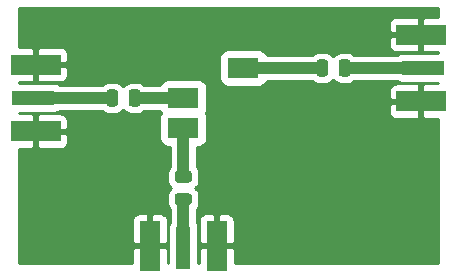
<source format=gbr>
%TF.GenerationSoftware,KiCad,Pcbnew,(5.1.9)-1*%
%TF.CreationDate,2021-03-17T18:45:03-04:00*%
%TF.ProjectId,BackupMixer,4261636b-7570-44d6-9978-65722e6b6963,rev?*%
%TF.SameCoordinates,Original*%
%TF.FileFunction,Copper,L1,Top*%
%TF.FilePolarity,Positive*%
%FSLAX46Y46*%
G04 Gerber Fmt 4.6, Leading zero omitted, Abs format (unit mm)*
G04 Created by KiCad (PCBNEW (5.1.9)-1) date 2021-03-17 18:45:03*
%MOMM*%
%LPD*%
G01*
G04 APERTURE LIST*
%TA.AperFunction,SMDPad,CuDef*%
%ADD10R,5.334000X4.191000*%
%TD*%
%TA.AperFunction,SMDPad,CuDef*%
%ADD11R,2.540000X1.651000*%
%TD*%
%TA.AperFunction,ComponentPad*%
%ADD12C,1.016000*%
%TD*%
%TA.AperFunction,SMDPad,CuDef*%
%ADD13R,5.334000X1.651000*%
%TD*%
%TA.AperFunction,SMDPad,CuDef*%
%ADD14R,1.270000X6.731000*%
%TD*%
%TA.AperFunction,SMDPad,CuDef*%
%ADD15R,1.750000X4.200000*%
%TD*%
%TA.AperFunction,SMDPad,CuDef*%
%ADD16R,1.270000X3.600000*%
%TD*%
%TA.AperFunction,SMDPad,CuDef*%
%ADD17R,4.200000X1.750000*%
%TD*%
%TA.AperFunction,SMDPad,CuDef*%
%ADD18R,3.600000X1.270000*%
%TD*%
%TA.AperFunction,ViaPad*%
%ADD19C,0.800000*%
%TD*%
%TA.AperFunction,Conductor*%
%ADD20C,1.000000*%
%TD*%
%TA.AperFunction,Conductor*%
%ADD21C,0.254000*%
%TD*%
%TA.AperFunction,Conductor*%
%ADD22C,0.100000*%
%TD*%
G04 APERTURE END LIST*
D10*
%TO.P,UADE10x1,4*%
%TO.N,GND*%
X136652000Y-95250000D03*
D11*
%TO.P,UADE10x1,1*%
X132080000Y-91440000D03*
%TO.P,UADE10x1,2*%
%TO.N,Net-(CC3-Pad1)*%
X132080000Y-93980000D03*
%TO.P,UADE10x1,3*%
%TO.N,Net-(CC1-Pad2)*%
X132080000Y-96520000D03*
%TO.P,UADE10x1,6*%
%TO.N,Net-(CC2-Pad1)*%
X137160000Y-91440000D03*
%TO.P,UADE10x1,5*%
%TO.N,GND*%
X137160000Y-93980000D03*
%TO.P,UADE10x1,4*%
X137160000Y-96520000D03*
D12*
%TO.P,UADE10x1,1*%
X130429000Y-91440000D03*
%TO.P,UADE10x1,5*%
X138811000Y-93980000D03*
%TO.P,UADE10x1,4*%
X138811000Y-96520000D03*
D13*
%TO.P,UADE10x1,1*%
X132588000Y-91440000D03*
D12*
X134620000Y-91440000D03*
X134620000Y-92710000D03*
X134620000Y-93980000D03*
X134620000Y-95250000D03*
X134620000Y-96520000D03*
D14*
X134620000Y-93980000D03*
%TD*%
D15*
%TO.P,JRF1,3_1*%
%TO.N,GND*%
X134905000Y-106480000D03*
%TO.P,JRF1,2_1*%
X129255000Y-106480000D03*
D16*
%TO.P,JRF1,1*%
%TO.N,Net-(CC1-Pad1)*%
X132080000Y-106680000D03*
%TD*%
D17*
%TO.P,JLO1,3_1*%
%TO.N,GND*%
X152200000Y-88615000D03*
%TO.P,JLO1,2_1*%
X152200000Y-94265000D03*
D18*
%TO.P,JLO1,1*%
%TO.N,Net-(CC2-Pad2)*%
X152400000Y-91440000D03*
%TD*%
D17*
%TO.P,JIF1,3_1*%
%TO.N,GND*%
X119580000Y-96805000D03*
%TO.P,JIF1,2_1*%
X119580000Y-91155000D03*
D18*
%TO.P,JIF1,1*%
%TO.N,Net-(CC3-Pad2)*%
X119380000Y-93980000D03*
%TD*%
%TO.P,CC3,2*%
%TO.N,Net-(CC3-Pad2)*%
%TA.AperFunction,SMDPad,CuDef*%
G36*
G01*
X126550000Y-93505000D02*
X126550000Y-94455000D01*
G75*
G02*
X126300000Y-94705000I-250000J0D01*
G01*
X125800000Y-94705000D01*
G75*
G02*
X125550000Y-94455000I0J250000D01*
G01*
X125550000Y-93505000D01*
G75*
G02*
X125800000Y-93255000I250000J0D01*
G01*
X126300000Y-93255000D01*
G75*
G02*
X126550000Y-93505000I0J-250000D01*
G01*
G37*
%TD.AperFunction*%
%TO.P,CC3,1*%
%TO.N,Net-(CC3-Pad1)*%
%TA.AperFunction,SMDPad,CuDef*%
G36*
G01*
X128450000Y-93505000D02*
X128450000Y-94455000D01*
G75*
G02*
X128200000Y-94705000I-250000J0D01*
G01*
X127700000Y-94705000D01*
G75*
G02*
X127450000Y-94455000I0J250000D01*
G01*
X127450000Y-93505000D01*
G75*
G02*
X127700000Y-93255000I250000J0D01*
G01*
X128200000Y-93255000D01*
G75*
G02*
X128450000Y-93505000I0J-250000D01*
G01*
G37*
%TD.AperFunction*%
%TD*%
%TO.P,CC2,2*%
%TO.N,Net-(CC2-Pad2)*%
%TA.AperFunction,SMDPad,CuDef*%
G36*
G01*
X145230000Y-91915000D02*
X145230000Y-90965000D01*
G75*
G02*
X145480000Y-90715000I250000J0D01*
G01*
X145980000Y-90715000D01*
G75*
G02*
X146230000Y-90965000I0J-250000D01*
G01*
X146230000Y-91915000D01*
G75*
G02*
X145980000Y-92165000I-250000J0D01*
G01*
X145480000Y-92165000D01*
G75*
G02*
X145230000Y-91915000I0J250000D01*
G01*
G37*
%TD.AperFunction*%
%TO.P,CC2,1*%
%TO.N,Net-(CC2-Pad1)*%
%TA.AperFunction,SMDPad,CuDef*%
G36*
G01*
X143330000Y-91915000D02*
X143330000Y-90965000D01*
G75*
G02*
X143580000Y-90715000I250000J0D01*
G01*
X144080000Y-90715000D01*
G75*
G02*
X144330000Y-90965000I0J-250000D01*
G01*
X144330000Y-91915000D01*
G75*
G02*
X144080000Y-92165000I-250000J0D01*
G01*
X143580000Y-92165000D01*
G75*
G02*
X143330000Y-91915000I0J250000D01*
G01*
G37*
%TD.AperFunction*%
%TD*%
%TO.P,CC1,2*%
%TO.N,Net-(CC1-Pad2)*%
%TA.AperFunction,SMDPad,CuDef*%
G36*
G01*
X132555000Y-101150000D02*
X131605000Y-101150000D01*
G75*
G02*
X131355000Y-100900000I0J250000D01*
G01*
X131355000Y-100400000D01*
G75*
G02*
X131605000Y-100150000I250000J0D01*
G01*
X132555000Y-100150000D01*
G75*
G02*
X132805000Y-100400000I0J-250000D01*
G01*
X132805000Y-100900000D01*
G75*
G02*
X132555000Y-101150000I-250000J0D01*
G01*
G37*
%TD.AperFunction*%
%TO.P,CC1,1*%
%TO.N,Net-(CC1-Pad1)*%
%TA.AperFunction,SMDPad,CuDef*%
G36*
G01*
X132555000Y-103050000D02*
X131605000Y-103050000D01*
G75*
G02*
X131355000Y-102800000I0J250000D01*
G01*
X131355000Y-102300000D01*
G75*
G02*
X131605000Y-102050000I250000J0D01*
G01*
X132555000Y-102050000D01*
G75*
G02*
X132805000Y-102300000I0J-250000D01*
G01*
X132805000Y-102800000D01*
G75*
G02*
X132555000Y-103050000I-250000J0D01*
G01*
G37*
%TD.AperFunction*%
%TD*%
D19*
%TO.N,GND*%
X119288550Y-87894876D03*
X119288550Y-99894876D03*
X119288550Y-103894876D03*
X120288550Y-106894876D03*
X121288550Y-101894876D03*
X122288550Y-104894876D03*
X123288550Y-87894876D03*
X123288550Y-91894876D03*
X123288550Y-95894876D03*
X123288550Y-99894876D03*
X124288550Y-102894876D03*
X124288550Y-106894876D03*
X125288550Y-89894876D03*
X125288550Y-97894876D03*
X126288550Y-100894876D03*
X126288550Y-104894876D03*
X127288550Y-87894876D03*
X127288550Y-91894876D03*
X127288550Y-95894876D03*
X128288550Y-98894876D03*
X128288550Y-102894876D03*
X130288550Y-88894876D03*
X130288550Y-100894876D03*
X133288550Y-87894876D03*
X134288550Y-98894876D03*
X135288550Y-101894876D03*
X136288550Y-88894876D03*
X137288550Y-99894876D03*
X138288550Y-102894876D03*
X138288550Y-106894876D03*
X139288550Y-87894876D03*
X140288550Y-92894876D03*
X140288550Y-96894876D03*
X140288550Y-100894876D03*
X140288550Y-104894876D03*
X141288550Y-89894876D03*
X142288550Y-94894876D03*
X142288550Y-98894876D03*
X142288550Y-102894876D03*
X142288550Y-106894876D03*
X143288550Y-87894876D03*
X144288550Y-96894876D03*
X144288550Y-100894876D03*
X144288550Y-104894876D03*
X145288550Y-93894876D03*
X146288550Y-88894876D03*
X146288550Y-98894876D03*
X146288550Y-102894876D03*
X146288550Y-106894876D03*
X147288550Y-95894876D03*
X148288550Y-92894876D03*
X148288550Y-100894876D03*
X148288550Y-104894876D03*
X149288550Y-97894876D03*
X150288550Y-102894876D03*
X150288550Y-106894876D03*
X151288550Y-99894876D03*
X152288550Y-96894876D03*
X152288550Y-104894876D03*
%TD*%
D20*
%TO.N,Net-(CC1-Pad2)*%
X132080000Y-100650000D02*
X132080000Y-96520000D01*
%TO.N,Net-(CC1-Pad1)*%
X132080000Y-106680000D02*
X132080000Y-103880000D01*
X132080000Y-103880000D02*
X132080000Y-102870000D01*
%TO.N,Net-(CC2-Pad2)*%
X145730000Y-91440000D02*
X152400000Y-91440000D01*
%TO.N,Net-(CC2-Pad1)*%
X137160000Y-91440000D02*
X143510000Y-91440000D01*
%TO.N,Net-(CC3-Pad2)*%
X126050000Y-93980000D02*
X119380000Y-93980000D01*
%TO.N,Net-(CC3-Pad1)*%
X132080000Y-93980000D02*
X128270000Y-93980000D01*
%TD*%
D21*
%TO.N,GND*%
X127072038Y-95082962D02*
X127206614Y-95193405D01*
X127360150Y-95275472D01*
X127526746Y-95326008D01*
X127700000Y-95343072D01*
X128200000Y-95343072D01*
X128373254Y-95326008D01*
X128539850Y-95275472D01*
X128693386Y-95193405D01*
X128788923Y-95115000D01*
X130111409Y-95115000D01*
X130173355Y-95230892D01*
X130189036Y-95250000D01*
X130173355Y-95269108D01*
X130102598Y-95401485D01*
X130059026Y-95545122D01*
X130044314Y-95694500D01*
X130044314Y-97345500D01*
X130059026Y-97494878D01*
X130102598Y-97638515D01*
X130173355Y-97770892D01*
X130268578Y-97886922D01*
X130384608Y-97982145D01*
X130516985Y-98052902D01*
X130660622Y-98096474D01*
X130810000Y-98111186D01*
X130945001Y-98111186D01*
X130945000Y-99811076D01*
X130866595Y-99906614D01*
X130784528Y-100060150D01*
X130733992Y-100226746D01*
X130716928Y-100400000D01*
X130716928Y-100900000D01*
X130733992Y-101073254D01*
X130784528Y-101239850D01*
X130866595Y-101393386D01*
X130977038Y-101527962D01*
X131064817Y-101600000D01*
X130977038Y-101672038D01*
X130866595Y-101806614D01*
X130784528Y-101960150D01*
X130733992Y-102126746D01*
X130716928Y-102300000D01*
X130716928Y-102800000D01*
X130733992Y-102973254D01*
X130784528Y-103139850D01*
X130866595Y-103293386D01*
X130945000Y-103388923D01*
X130945000Y-103935751D01*
X130945001Y-103935761D01*
X130945001Y-104488295D01*
X130914463Y-104525506D01*
X130855498Y-104635820D01*
X130819188Y-104755518D01*
X130806928Y-104880000D01*
X130806928Y-107925000D01*
X130766963Y-107925000D01*
X130765000Y-106765750D01*
X130606250Y-106607000D01*
X129382000Y-106607000D01*
X129382000Y-106627000D01*
X129128000Y-106627000D01*
X129128000Y-106607000D01*
X127903750Y-106607000D01*
X127745000Y-106765750D01*
X127743037Y-107925000D01*
X118142275Y-107925000D01*
X118135487Y-107924335D01*
X118135000Y-107919699D01*
X118135000Y-104380000D01*
X127741928Y-104380000D01*
X127745000Y-106194250D01*
X127903750Y-106353000D01*
X129128000Y-106353000D01*
X129128000Y-103903750D01*
X129382000Y-103903750D01*
X129382000Y-106353000D01*
X130606250Y-106353000D01*
X130765000Y-106194250D01*
X130768072Y-104380000D01*
X130755812Y-104255518D01*
X130719502Y-104135820D01*
X130660537Y-104025506D01*
X130581185Y-103928815D01*
X130484494Y-103849463D01*
X130374180Y-103790498D01*
X130254482Y-103754188D01*
X130130000Y-103741928D01*
X129540750Y-103745000D01*
X129382000Y-103903750D01*
X129128000Y-103903750D01*
X128969250Y-103745000D01*
X128380000Y-103741928D01*
X128255518Y-103754188D01*
X128135820Y-103790498D01*
X128025506Y-103849463D01*
X127928815Y-103928815D01*
X127849463Y-104025506D01*
X127790498Y-104135820D01*
X127754188Y-104255518D01*
X127741928Y-104380000D01*
X118135000Y-104380000D01*
X118135000Y-98316963D01*
X119294250Y-98315000D01*
X119453000Y-98156250D01*
X119453000Y-96932000D01*
X119707000Y-96932000D01*
X119707000Y-98156250D01*
X119865750Y-98315000D01*
X121680000Y-98318072D01*
X121804482Y-98305812D01*
X121924180Y-98269502D01*
X122034494Y-98210537D01*
X122131185Y-98131185D01*
X122210537Y-98034494D01*
X122269502Y-97924180D01*
X122305812Y-97804482D01*
X122318072Y-97680000D01*
X122315000Y-97090750D01*
X122156250Y-96932000D01*
X119707000Y-96932000D01*
X119453000Y-96932000D01*
X119433000Y-96932000D01*
X119433000Y-96678000D01*
X119453000Y-96678000D01*
X119453000Y-95453750D01*
X119707000Y-95453750D01*
X119707000Y-96678000D01*
X122156250Y-96678000D01*
X122315000Y-96519250D01*
X122318072Y-95930000D01*
X122305812Y-95805518D01*
X122269502Y-95685820D01*
X122210537Y-95575506D01*
X122131185Y-95478815D01*
X122034494Y-95399463D01*
X121924180Y-95340498D01*
X121804482Y-95304188D01*
X121680000Y-95291928D01*
X119865750Y-95295000D01*
X119707000Y-95453750D01*
X119453000Y-95453750D01*
X119294250Y-95295000D01*
X118135000Y-95293037D01*
X118135000Y-95253072D01*
X121180000Y-95253072D01*
X121304482Y-95240812D01*
X121424180Y-95204502D01*
X121534494Y-95145537D01*
X121571704Y-95115000D01*
X125211077Y-95115000D01*
X125306614Y-95193405D01*
X125460150Y-95275472D01*
X125626746Y-95326008D01*
X125800000Y-95343072D01*
X126300000Y-95343072D01*
X126473254Y-95326008D01*
X126639850Y-95275472D01*
X126793386Y-95193405D01*
X126927962Y-95082962D01*
X127000000Y-94995183D01*
X127072038Y-95082962D01*
%TA.AperFunction,Conductor*%
D22*
G36*
X127072038Y-95082962D02*
G01*
X127206614Y-95193405D01*
X127360150Y-95275472D01*
X127526746Y-95326008D01*
X127700000Y-95343072D01*
X128200000Y-95343072D01*
X128373254Y-95326008D01*
X128539850Y-95275472D01*
X128693386Y-95193405D01*
X128788923Y-95115000D01*
X130111409Y-95115000D01*
X130173355Y-95230892D01*
X130189036Y-95250000D01*
X130173355Y-95269108D01*
X130102598Y-95401485D01*
X130059026Y-95545122D01*
X130044314Y-95694500D01*
X130044314Y-97345500D01*
X130059026Y-97494878D01*
X130102598Y-97638515D01*
X130173355Y-97770892D01*
X130268578Y-97886922D01*
X130384608Y-97982145D01*
X130516985Y-98052902D01*
X130660622Y-98096474D01*
X130810000Y-98111186D01*
X130945001Y-98111186D01*
X130945000Y-99811076D01*
X130866595Y-99906614D01*
X130784528Y-100060150D01*
X130733992Y-100226746D01*
X130716928Y-100400000D01*
X130716928Y-100900000D01*
X130733992Y-101073254D01*
X130784528Y-101239850D01*
X130866595Y-101393386D01*
X130977038Y-101527962D01*
X131064817Y-101600000D01*
X130977038Y-101672038D01*
X130866595Y-101806614D01*
X130784528Y-101960150D01*
X130733992Y-102126746D01*
X130716928Y-102300000D01*
X130716928Y-102800000D01*
X130733992Y-102973254D01*
X130784528Y-103139850D01*
X130866595Y-103293386D01*
X130945000Y-103388923D01*
X130945000Y-103935751D01*
X130945001Y-103935761D01*
X130945001Y-104488295D01*
X130914463Y-104525506D01*
X130855498Y-104635820D01*
X130819188Y-104755518D01*
X130806928Y-104880000D01*
X130806928Y-107925000D01*
X130766963Y-107925000D01*
X130765000Y-106765750D01*
X130606250Y-106607000D01*
X129382000Y-106607000D01*
X129382000Y-106627000D01*
X129128000Y-106627000D01*
X129128000Y-106607000D01*
X127903750Y-106607000D01*
X127745000Y-106765750D01*
X127743037Y-107925000D01*
X118142275Y-107925000D01*
X118135487Y-107924335D01*
X118135000Y-107919699D01*
X118135000Y-104380000D01*
X127741928Y-104380000D01*
X127745000Y-106194250D01*
X127903750Y-106353000D01*
X129128000Y-106353000D01*
X129128000Y-103903750D01*
X129382000Y-103903750D01*
X129382000Y-106353000D01*
X130606250Y-106353000D01*
X130765000Y-106194250D01*
X130768072Y-104380000D01*
X130755812Y-104255518D01*
X130719502Y-104135820D01*
X130660537Y-104025506D01*
X130581185Y-103928815D01*
X130484494Y-103849463D01*
X130374180Y-103790498D01*
X130254482Y-103754188D01*
X130130000Y-103741928D01*
X129540750Y-103745000D01*
X129382000Y-103903750D01*
X129128000Y-103903750D01*
X128969250Y-103745000D01*
X128380000Y-103741928D01*
X128255518Y-103754188D01*
X128135820Y-103790498D01*
X128025506Y-103849463D01*
X127928815Y-103928815D01*
X127849463Y-104025506D01*
X127790498Y-104135820D01*
X127754188Y-104255518D01*
X127741928Y-104380000D01*
X118135000Y-104380000D01*
X118135000Y-98316963D01*
X119294250Y-98315000D01*
X119453000Y-98156250D01*
X119453000Y-96932000D01*
X119707000Y-96932000D01*
X119707000Y-98156250D01*
X119865750Y-98315000D01*
X121680000Y-98318072D01*
X121804482Y-98305812D01*
X121924180Y-98269502D01*
X122034494Y-98210537D01*
X122131185Y-98131185D01*
X122210537Y-98034494D01*
X122269502Y-97924180D01*
X122305812Y-97804482D01*
X122318072Y-97680000D01*
X122315000Y-97090750D01*
X122156250Y-96932000D01*
X119707000Y-96932000D01*
X119453000Y-96932000D01*
X119433000Y-96932000D01*
X119433000Y-96678000D01*
X119453000Y-96678000D01*
X119453000Y-95453750D01*
X119707000Y-95453750D01*
X119707000Y-96678000D01*
X122156250Y-96678000D01*
X122315000Y-96519250D01*
X122318072Y-95930000D01*
X122305812Y-95805518D01*
X122269502Y-95685820D01*
X122210537Y-95575506D01*
X122131185Y-95478815D01*
X122034494Y-95399463D01*
X121924180Y-95340498D01*
X121804482Y-95304188D01*
X121680000Y-95291928D01*
X119865750Y-95295000D01*
X119707000Y-95453750D01*
X119453000Y-95453750D01*
X119294250Y-95295000D01*
X118135000Y-95293037D01*
X118135000Y-95253072D01*
X121180000Y-95253072D01*
X121304482Y-95240812D01*
X121424180Y-95204502D01*
X121534494Y-95145537D01*
X121571704Y-95115000D01*
X125211077Y-95115000D01*
X125306614Y-95193405D01*
X125460150Y-95275472D01*
X125626746Y-95326008D01*
X125800000Y-95343072D01*
X126300000Y-95343072D01*
X126473254Y-95326008D01*
X126639850Y-95275472D01*
X126793386Y-95193405D01*
X126927962Y-95082962D01*
X127000000Y-94995183D01*
X127072038Y-95082962D01*
G37*
%TD.AperFunction*%
D21*
X153644513Y-86385666D02*
X153645001Y-86390310D01*
X153645001Y-87103037D01*
X152485750Y-87105000D01*
X152327000Y-87263750D01*
X152327000Y-88488000D01*
X152347000Y-88488000D01*
X152347000Y-88742000D01*
X152327000Y-88742000D01*
X152327000Y-89966250D01*
X152485750Y-90125000D01*
X153645001Y-90126963D01*
X153645001Y-90166928D01*
X150600000Y-90166928D01*
X150475518Y-90179188D01*
X150355820Y-90215498D01*
X150245506Y-90274463D01*
X150208296Y-90305000D01*
X146568923Y-90305000D01*
X146473386Y-90226595D01*
X146319850Y-90144528D01*
X146153254Y-90093992D01*
X145980000Y-90076928D01*
X145480000Y-90076928D01*
X145306746Y-90093992D01*
X145140150Y-90144528D01*
X144986614Y-90226595D01*
X144852038Y-90337038D01*
X144780000Y-90424817D01*
X144707962Y-90337038D01*
X144573386Y-90226595D01*
X144419850Y-90144528D01*
X144253254Y-90093992D01*
X144080000Y-90076928D01*
X143580000Y-90076928D01*
X143406746Y-90093992D01*
X143240150Y-90144528D01*
X143086614Y-90226595D01*
X142991077Y-90305000D01*
X139128591Y-90305000D01*
X139066645Y-90189108D01*
X138971422Y-90073078D01*
X138855392Y-89977855D01*
X138723015Y-89907098D01*
X138579378Y-89863526D01*
X138430000Y-89848814D01*
X135890000Y-89848814D01*
X135740622Y-89863526D01*
X135596985Y-89907098D01*
X135464608Y-89977855D01*
X135348578Y-90073078D01*
X135253355Y-90189108D01*
X135182598Y-90321485D01*
X135139026Y-90465122D01*
X135124314Y-90614500D01*
X135124314Y-92265500D01*
X135139026Y-92414878D01*
X135182598Y-92558515D01*
X135253355Y-92690892D01*
X135348578Y-92806922D01*
X135464608Y-92902145D01*
X135596985Y-92972902D01*
X135740622Y-93016474D01*
X135890000Y-93031186D01*
X138430000Y-93031186D01*
X138579378Y-93016474D01*
X138723015Y-92972902D01*
X138855392Y-92902145D01*
X138971422Y-92806922D01*
X139066645Y-92690892D01*
X139128591Y-92575000D01*
X142991077Y-92575000D01*
X143086614Y-92653405D01*
X143240150Y-92735472D01*
X143406746Y-92786008D01*
X143580000Y-92803072D01*
X144080000Y-92803072D01*
X144253254Y-92786008D01*
X144419850Y-92735472D01*
X144573386Y-92653405D01*
X144707962Y-92542962D01*
X144780000Y-92455183D01*
X144852038Y-92542962D01*
X144986614Y-92653405D01*
X145140150Y-92735472D01*
X145306746Y-92786008D01*
X145480000Y-92803072D01*
X145980000Y-92803072D01*
X146153254Y-92786008D01*
X146319850Y-92735472D01*
X146473386Y-92653405D01*
X146568923Y-92575000D01*
X150208296Y-92575000D01*
X150245506Y-92605537D01*
X150355820Y-92664502D01*
X150475518Y-92700812D01*
X150600000Y-92713072D01*
X153645001Y-92713072D01*
X153645001Y-92753037D01*
X152485750Y-92755000D01*
X152327000Y-92913750D01*
X152327000Y-94138000D01*
X152347000Y-94138000D01*
X152347000Y-94392000D01*
X152327000Y-94392000D01*
X152327000Y-95616250D01*
X152485750Y-95775000D01*
X153645001Y-95776963D01*
X153645000Y-107917725D01*
X153644335Y-107924513D01*
X153639699Y-107925000D01*
X136416963Y-107925000D01*
X136415000Y-106765750D01*
X136256250Y-106607000D01*
X135032000Y-106607000D01*
X135032000Y-106627000D01*
X134778000Y-106627000D01*
X134778000Y-106607000D01*
X133553750Y-106607000D01*
X133395000Y-106765750D01*
X133393037Y-107925000D01*
X133353072Y-107925000D01*
X133353072Y-104880000D01*
X133340812Y-104755518D01*
X133304502Y-104635820D01*
X133245537Y-104525506D01*
X133215000Y-104488296D01*
X133215000Y-104380000D01*
X133391928Y-104380000D01*
X133395000Y-106194250D01*
X133553750Y-106353000D01*
X134778000Y-106353000D01*
X134778000Y-103903750D01*
X135032000Y-103903750D01*
X135032000Y-106353000D01*
X136256250Y-106353000D01*
X136415000Y-106194250D01*
X136418072Y-104380000D01*
X136405812Y-104255518D01*
X136369502Y-104135820D01*
X136310537Y-104025506D01*
X136231185Y-103928815D01*
X136134494Y-103849463D01*
X136024180Y-103790498D01*
X135904482Y-103754188D01*
X135780000Y-103741928D01*
X135190750Y-103745000D01*
X135032000Y-103903750D01*
X134778000Y-103903750D01*
X134619250Y-103745000D01*
X134030000Y-103741928D01*
X133905518Y-103754188D01*
X133785820Y-103790498D01*
X133675506Y-103849463D01*
X133578815Y-103928815D01*
X133499463Y-104025506D01*
X133440498Y-104135820D01*
X133404188Y-104255518D01*
X133391928Y-104380000D01*
X133215000Y-104380000D01*
X133215000Y-103388923D01*
X133293405Y-103293386D01*
X133375472Y-103139850D01*
X133426008Y-102973254D01*
X133443072Y-102800000D01*
X133443072Y-102300000D01*
X133426008Y-102126746D01*
X133375472Y-101960150D01*
X133293405Y-101806614D01*
X133182962Y-101672038D01*
X133095183Y-101600000D01*
X133182962Y-101527962D01*
X133293405Y-101393386D01*
X133375472Y-101239850D01*
X133426008Y-101073254D01*
X133443072Y-100900000D01*
X133443072Y-100400000D01*
X133426008Y-100226746D01*
X133375472Y-100060150D01*
X133293405Y-99906614D01*
X133215000Y-99811077D01*
X133215000Y-98111186D01*
X133350000Y-98111186D01*
X133499378Y-98096474D01*
X133643015Y-98052902D01*
X133775392Y-97982145D01*
X133891422Y-97886922D01*
X133986645Y-97770892D01*
X134057402Y-97638515D01*
X134100974Y-97494878D01*
X134115686Y-97345500D01*
X134115686Y-95694500D01*
X134100974Y-95545122D01*
X134057402Y-95401485D01*
X133986645Y-95269108D01*
X133970964Y-95250000D01*
X133986645Y-95230892D01*
X134035227Y-95140000D01*
X149461928Y-95140000D01*
X149474188Y-95264482D01*
X149510498Y-95384180D01*
X149569463Y-95494494D01*
X149648815Y-95591185D01*
X149745506Y-95670537D01*
X149855820Y-95729502D01*
X149975518Y-95765812D01*
X150100000Y-95778072D01*
X151914250Y-95775000D01*
X152073000Y-95616250D01*
X152073000Y-94392000D01*
X149623750Y-94392000D01*
X149465000Y-94550750D01*
X149461928Y-95140000D01*
X134035227Y-95140000D01*
X134057402Y-95098515D01*
X134100974Y-94954878D01*
X134115686Y-94805500D01*
X134115686Y-93390000D01*
X149461928Y-93390000D01*
X149465000Y-93979250D01*
X149623750Y-94138000D01*
X152073000Y-94138000D01*
X152073000Y-92913750D01*
X151914250Y-92755000D01*
X150100000Y-92751928D01*
X149975518Y-92764188D01*
X149855820Y-92800498D01*
X149745506Y-92859463D01*
X149648815Y-92938815D01*
X149569463Y-93035506D01*
X149510498Y-93145820D01*
X149474188Y-93265518D01*
X149461928Y-93390000D01*
X134115686Y-93390000D01*
X134115686Y-93154500D01*
X134100974Y-93005122D01*
X134057402Y-92861485D01*
X133986645Y-92729108D01*
X133891422Y-92613078D01*
X133775392Y-92517855D01*
X133643015Y-92447098D01*
X133499378Y-92403526D01*
X133350000Y-92388814D01*
X130810000Y-92388814D01*
X130660622Y-92403526D01*
X130516985Y-92447098D01*
X130384608Y-92517855D01*
X130268578Y-92613078D01*
X130173355Y-92729108D01*
X130111409Y-92845000D01*
X128788923Y-92845000D01*
X128693386Y-92766595D01*
X128539850Y-92684528D01*
X128373254Y-92633992D01*
X128200000Y-92616928D01*
X127700000Y-92616928D01*
X127526746Y-92633992D01*
X127360150Y-92684528D01*
X127206614Y-92766595D01*
X127072038Y-92877038D01*
X127000000Y-92964817D01*
X126927962Y-92877038D01*
X126793386Y-92766595D01*
X126639850Y-92684528D01*
X126473254Y-92633992D01*
X126300000Y-92616928D01*
X125800000Y-92616928D01*
X125626746Y-92633992D01*
X125460150Y-92684528D01*
X125306614Y-92766595D01*
X125211077Y-92845000D01*
X121571704Y-92845000D01*
X121534494Y-92814463D01*
X121424180Y-92755498D01*
X121304482Y-92719188D01*
X121180000Y-92706928D01*
X118135000Y-92706928D01*
X118135000Y-92666963D01*
X119294250Y-92665000D01*
X119453000Y-92506250D01*
X119453000Y-91282000D01*
X119707000Y-91282000D01*
X119707000Y-92506250D01*
X119865750Y-92665000D01*
X121680000Y-92668072D01*
X121804482Y-92655812D01*
X121924180Y-92619502D01*
X122034494Y-92560537D01*
X122131185Y-92481185D01*
X122210537Y-92384494D01*
X122269502Y-92274180D01*
X122305812Y-92154482D01*
X122318072Y-92030000D01*
X122315000Y-91440750D01*
X122156250Y-91282000D01*
X119707000Y-91282000D01*
X119453000Y-91282000D01*
X119433000Y-91282000D01*
X119433000Y-91028000D01*
X119453000Y-91028000D01*
X119453000Y-89803750D01*
X119707000Y-89803750D01*
X119707000Y-91028000D01*
X122156250Y-91028000D01*
X122315000Y-90869250D01*
X122318072Y-90280000D01*
X122305812Y-90155518D01*
X122269502Y-90035820D01*
X122210537Y-89925506D01*
X122131185Y-89828815D01*
X122034494Y-89749463D01*
X121924180Y-89690498D01*
X121804482Y-89654188D01*
X121680000Y-89641928D01*
X119865750Y-89645000D01*
X119707000Y-89803750D01*
X119453000Y-89803750D01*
X119294250Y-89645000D01*
X118135000Y-89643037D01*
X118135000Y-89490000D01*
X149461928Y-89490000D01*
X149474188Y-89614482D01*
X149510498Y-89734180D01*
X149569463Y-89844494D01*
X149648815Y-89941185D01*
X149745506Y-90020537D01*
X149855820Y-90079502D01*
X149975518Y-90115812D01*
X150100000Y-90128072D01*
X151914250Y-90125000D01*
X152073000Y-89966250D01*
X152073000Y-88742000D01*
X149623750Y-88742000D01*
X149465000Y-88900750D01*
X149461928Y-89490000D01*
X118135000Y-89490000D01*
X118135000Y-87740000D01*
X149461928Y-87740000D01*
X149465000Y-88329250D01*
X149623750Y-88488000D01*
X152073000Y-88488000D01*
X152073000Y-87263750D01*
X151914250Y-87105000D01*
X150100000Y-87101928D01*
X149975518Y-87114188D01*
X149855820Y-87150498D01*
X149745506Y-87209463D01*
X149648815Y-87288815D01*
X149569463Y-87385506D01*
X149510498Y-87495820D01*
X149474188Y-87615518D01*
X149461928Y-87740000D01*
X118135000Y-87740000D01*
X118135000Y-86392275D01*
X118135666Y-86385487D01*
X118140301Y-86385000D01*
X153637725Y-86385000D01*
X153644513Y-86385666D01*
%TA.AperFunction,Conductor*%
D22*
G36*
X153644513Y-86385666D02*
G01*
X153645001Y-86390310D01*
X153645001Y-87103037D01*
X152485750Y-87105000D01*
X152327000Y-87263750D01*
X152327000Y-88488000D01*
X152347000Y-88488000D01*
X152347000Y-88742000D01*
X152327000Y-88742000D01*
X152327000Y-89966250D01*
X152485750Y-90125000D01*
X153645001Y-90126963D01*
X153645001Y-90166928D01*
X150600000Y-90166928D01*
X150475518Y-90179188D01*
X150355820Y-90215498D01*
X150245506Y-90274463D01*
X150208296Y-90305000D01*
X146568923Y-90305000D01*
X146473386Y-90226595D01*
X146319850Y-90144528D01*
X146153254Y-90093992D01*
X145980000Y-90076928D01*
X145480000Y-90076928D01*
X145306746Y-90093992D01*
X145140150Y-90144528D01*
X144986614Y-90226595D01*
X144852038Y-90337038D01*
X144780000Y-90424817D01*
X144707962Y-90337038D01*
X144573386Y-90226595D01*
X144419850Y-90144528D01*
X144253254Y-90093992D01*
X144080000Y-90076928D01*
X143580000Y-90076928D01*
X143406746Y-90093992D01*
X143240150Y-90144528D01*
X143086614Y-90226595D01*
X142991077Y-90305000D01*
X139128591Y-90305000D01*
X139066645Y-90189108D01*
X138971422Y-90073078D01*
X138855392Y-89977855D01*
X138723015Y-89907098D01*
X138579378Y-89863526D01*
X138430000Y-89848814D01*
X135890000Y-89848814D01*
X135740622Y-89863526D01*
X135596985Y-89907098D01*
X135464608Y-89977855D01*
X135348578Y-90073078D01*
X135253355Y-90189108D01*
X135182598Y-90321485D01*
X135139026Y-90465122D01*
X135124314Y-90614500D01*
X135124314Y-92265500D01*
X135139026Y-92414878D01*
X135182598Y-92558515D01*
X135253355Y-92690892D01*
X135348578Y-92806922D01*
X135464608Y-92902145D01*
X135596985Y-92972902D01*
X135740622Y-93016474D01*
X135890000Y-93031186D01*
X138430000Y-93031186D01*
X138579378Y-93016474D01*
X138723015Y-92972902D01*
X138855392Y-92902145D01*
X138971422Y-92806922D01*
X139066645Y-92690892D01*
X139128591Y-92575000D01*
X142991077Y-92575000D01*
X143086614Y-92653405D01*
X143240150Y-92735472D01*
X143406746Y-92786008D01*
X143580000Y-92803072D01*
X144080000Y-92803072D01*
X144253254Y-92786008D01*
X144419850Y-92735472D01*
X144573386Y-92653405D01*
X144707962Y-92542962D01*
X144780000Y-92455183D01*
X144852038Y-92542962D01*
X144986614Y-92653405D01*
X145140150Y-92735472D01*
X145306746Y-92786008D01*
X145480000Y-92803072D01*
X145980000Y-92803072D01*
X146153254Y-92786008D01*
X146319850Y-92735472D01*
X146473386Y-92653405D01*
X146568923Y-92575000D01*
X150208296Y-92575000D01*
X150245506Y-92605537D01*
X150355820Y-92664502D01*
X150475518Y-92700812D01*
X150600000Y-92713072D01*
X153645001Y-92713072D01*
X153645001Y-92753037D01*
X152485750Y-92755000D01*
X152327000Y-92913750D01*
X152327000Y-94138000D01*
X152347000Y-94138000D01*
X152347000Y-94392000D01*
X152327000Y-94392000D01*
X152327000Y-95616250D01*
X152485750Y-95775000D01*
X153645001Y-95776963D01*
X153645000Y-107917725D01*
X153644335Y-107924513D01*
X153639699Y-107925000D01*
X136416963Y-107925000D01*
X136415000Y-106765750D01*
X136256250Y-106607000D01*
X135032000Y-106607000D01*
X135032000Y-106627000D01*
X134778000Y-106627000D01*
X134778000Y-106607000D01*
X133553750Y-106607000D01*
X133395000Y-106765750D01*
X133393037Y-107925000D01*
X133353072Y-107925000D01*
X133353072Y-104880000D01*
X133340812Y-104755518D01*
X133304502Y-104635820D01*
X133245537Y-104525506D01*
X133215000Y-104488296D01*
X133215000Y-104380000D01*
X133391928Y-104380000D01*
X133395000Y-106194250D01*
X133553750Y-106353000D01*
X134778000Y-106353000D01*
X134778000Y-103903750D01*
X135032000Y-103903750D01*
X135032000Y-106353000D01*
X136256250Y-106353000D01*
X136415000Y-106194250D01*
X136418072Y-104380000D01*
X136405812Y-104255518D01*
X136369502Y-104135820D01*
X136310537Y-104025506D01*
X136231185Y-103928815D01*
X136134494Y-103849463D01*
X136024180Y-103790498D01*
X135904482Y-103754188D01*
X135780000Y-103741928D01*
X135190750Y-103745000D01*
X135032000Y-103903750D01*
X134778000Y-103903750D01*
X134619250Y-103745000D01*
X134030000Y-103741928D01*
X133905518Y-103754188D01*
X133785820Y-103790498D01*
X133675506Y-103849463D01*
X133578815Y-103928815D01*
X133499463Y-104025506D01*
X133440498Y-104135820D01*
X133404188Y-104255518D01*
X133391928Y-104380000D01*
X133215000Y-104380000D01*
X133215000Y-103388923D01*
X133293405Y-103293386D01*
X133375472Y-103139850D01*
X133426008Y-102973254D01*
X133443072Y-102800000D01*
X133443072Y-102300000D01*
X133426008Y-102126746D01*
X133375472Y-101960150D01*
X133293405Y-101806614D01*
X133182962Y-101672038D01*
X133095183Y-101600000D01*
X133182962Y-101527962D01*
X133293405Y-101393386D01*
X133375472Y-101239850D01*
X133426008Y-101073254D01*
X133443072Y-100900000D01*
X133443072Y-100400000D01*
X133426008Y-100226746D01*
X133375472Y-100060150D01*
X133293405Y-99906614D01*
X133215000Y-99811077D01*
X133215000Y-98111186D01*
X133350000Y-98111186D01*
X133499378Y-98096474D01*
X133643015Y-98052902D01*
X133775392Y-97982145D01*
X133891422Y-97886922D01*
X133986645Y-97770892D01*
X134057402Y-97638515D01*
X134100974Y-97494878D01*
X134115686Y-97345500D01*
X134115686Y-95694500D01*
X134100974Y-95545122D01*
X134057402Y-95401485D01*
X133986645Y-95269108D01*
X133970964Y-95250000D01*
X133986645Y-95230892D01*
X134035227Y-95140000D01*
X149461928Y-95140000D01*
X149474188Y-95264482D01*
X149510498Y-95384180D01*
X149569463Y-95494494D01*
X149648815Y-95591185D01*
X149745506Y-95670537D01*
X149855820Y-95729502D01*
X149975518Y-95765812D01*
X150100000Y-95778072D01*
X151914250Y-95775000D01*
X152073000Y-95616250D01*
X152073000Y-94392000D01*
X149623750Y-94392000D01*
X149465000Y-94550750D01*
X149461928Y-95140000D01*
X134035227Y-95140000D01*
X134057402Y-95098515D01*
X134100974Y-94954878D01*
X134115686Y-94805500D01*
X134115686Y-93390000D01*
X149461928Y-93390000D01*
X149465000Y-93979250D01*
X149623750Y-94138000D01*
X152073000Y-94138000D01*
X152073000Y-92913750D01*
X151914250Y-92755000D01*
X150100000Y-92751928D01*
X149975518Y-92764188D01*
X149855820Y-92800498D01*
X149745506Y-92859463D01*
X149648815Y-92938815D01*
X149569463Y-93035506D01*
X149510498Y-93145820D01*
X149474188Y-93265518D01*
X149461928Y-93390000D01*
X134115686Y-93390000D01*
X134115686Y-93154500D01*
X134100974Y-93005122D01*
X134057402Y-92861485D01*
X133986645Y-92729108D01*
X133891422Y-92613078D01*
X133775392Y-92517855D01*
X133643015Y-92447098D01*
X133499378Y-92403526D01*
X133350000Y-92388814D01*
X130810000Y-92388814D01*
X130660622Y-92403526D01*
X130516985Y-92447098D01*
X130384608Y-92517855D01*
X130268578Y-92613078D01*
X130173355Y-92729108D01*
X130111409Y-92845000D01*
X128788923Y-92845000D01*
X128693386Y-92766595D01*
X128539850Y-92684528D01*
X128373254Y-92633992D01*
X128200000Y-92616928D01*
X127700000Y-92616928D01*
X127526746Y-92633992D01*
X127360150Y-92684528D01*
X127206614Y-92766595D01*
X127072038Y-92877038D01*
X127000000Y-92964817D01*
X126927962Y-92877038D01*
X126793386Y-92766595D01*
X126639850Y-92684528D01*
X126473254Y-92633992D01*
X126300000Y-92616928D01*
X125800000Y-92616928D01*
X125626746Y-92633992D01*
X125460150Y-92684528D01*
X125306614Y-92766595D01*
X125211077Y-92845000D01*
X121571704Y-92845000D01*
X121534494Y-92814463D01*
X121424180Y-92755498D01*
X121304482Y-92719188D01*
X121180000Y-92706928D01*
X118135000Y-92706928D01*
X118135000Y-92666963D01*
X119294250Y-92665000D01*
X119453000Y-92506250D01*
X119453000Y-91282000D01*
X119707000Y-91282000D01*
X119707000Y-92506250D01*
X119865750Y-92665000D01*
X121680000Y-92668072D01*
X121804482Y-92655812D01*
X121924180Y-92619502D01*
X122034494Y-92560537D01*
X122131185Y-92481185D01*
X122210537Y-92384494D01*
X122269502Y-92274180D01*
X122305812Y-92154482D01*
X122318072Y-92030000D01*
X122315000Y-91440750D01*
X122156250Y-91282000D01*
X119707000Y-91282000D01*
X119453000Y-91282000D01*
X119433000Y-91282000D01*
X119433000Y-91028000D01*
X119453000Y-91028000D01*
X119453000Y-89803750D01*
X119707000Y-89803750D01*
X119707000Y-91028000D01*
X122156250Y-91028000D01*
X122315000Y-90869250D01*
X122318072Y-90280000D01*
X122305812Y-90155518D01*
X122269502Y-90035820D01*
X122210537Y-89925506D01*
X122131185Y-89828815D01*
X122034494Y-89749463D01*
X121924180Y-89690498D01*
X121804482Y-89654188D01*
X121680000Y-89641928D01*
X119865750Y-89645000D01*
X119707000Y-89803750D01*
X119453000Y-89803750D01*
X119294250Y-89645000D01*
X118135000Y-89643037D01*
X118135000Y-89490000D01*
X149461928Y-89490000D01*
X149474188Y-89614482D01*
X149510498Y-89734180D01*
X149569463Y-89844494D01*
X149648815Y-89941185D01*
X149745506Y-90020537D01*
X149855820Y-90079502D01*
X149975518Y-90115812D01*
X150100000Y-90128072D01*
X151914250Y-90125000D01*
X152073000Y-89966250D01*
X152073000Y-88742000D01*
X149623750Y-88742000D01*
X149465000Y-88900750D01*
X149461928Y-89490000D01*
X118135000Y-89490000D01*
X118135000Y-87740000D01*
X149461928Y-87740000D01*
X149465000Y-88329250D01*
X149623750Y-88488000D01*
X152073000Y-88488000D01*
X152073000Y-87263750D01*
X151914250Y-87105000D01*
X150100000Y-87101928D01*
X149975518Y-87114188D01*
X149855820Y-87150498D01*
X149745506Y-87209463D01*
X149648815Y-87288815D01*
X149569463Y-87385506D01*
X149510498Y-87495820D01*
X149474188Y-87615518D01*
X149461928Y-87740000D01*
X118135000Y-87740000D01*
X118135000Y-86392275D01*
X118135666Y-86385487D01*
X118140301Y-86385000D01*
X153637725Y-86385000D01*
X153644513Y-86385666D01*
G37*
%TD.AperFunction*%
%TD*%
M02*

</source>
